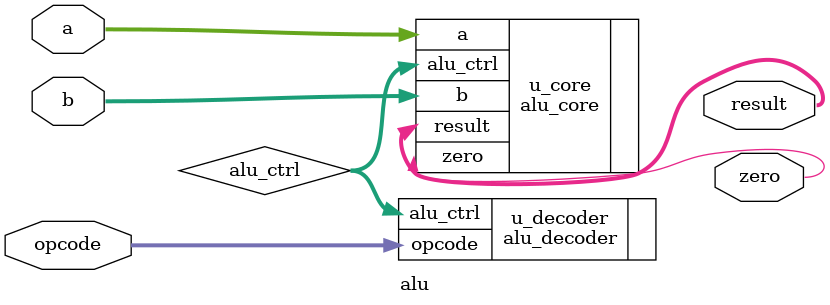
<source format=sv>
module alu (
    input  logic [31:0] a,
    input  logic [31:0] b,
    input  logic [2:0]  opcode,
    output logic [31:0] result,
    output logic        zero
);
    logic [3:0] alu_ctrl;

    // Instantiate decoder and core
    alu_decoder u_decoder (
        .opcode   (opcode),
        .alu_ctrl (alu_ctrl)
    );

    alu_core u_core (
        .alu_ctrl (alu_ctrl),
        .a        (a),
        .b        (b),
        .result   (result),
        .zero     (zero)
    );
endmodule

</source>
